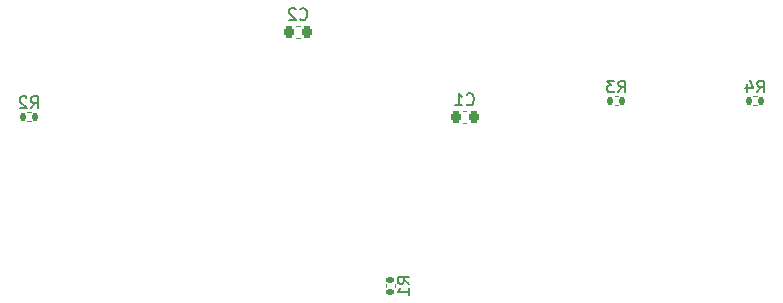
<source format=gbo>
%TF.GenerationSoftware,KiCad,Pcbnew,7.0.9-7.0.9~ubuntu23.10.1*%
%TF.CreationDate,2023-12-22T14:56:41-05:00*%
%TF.ProjectId,buttons,62757474-6f6e-4732-9e6b-696361645f70,rev?*%
%TF.SameCoordinates,Original*%
%TF.FileFunction,Legend,Bot*%
%TF.FilePolarity,Positive*%
%FSLAX46Y46*%
G04 Gerber Fmt 4.6, Leading zero omitted, Abs format (unit mm)*
G04 Created by KiCad (PCBNEW 7.0.9-7.0.9~ubuntu23.10.1) date 2023-12-22 14:56:41*
%MOMM*%
%LPD*%
G01*
G04 APERTURE LIST*
G04 Aperture macros list*
%AMRoundRect*
0 Rectangle with rounded corners*
0 $1 Rounding radius*
0 $2 $3 $4 $5 $6 $7 $8 $9 X,Y pos of 4 corners*
0 Add a 4 corners polygon primitive as box body*
4,1,4,$2,$3,$4,$5,$6,$7,$8,$9,$2,$3,0*
0 Add four circle primitives for the rounded corners*
1,1,$1+$1,$2,$3*
1,1,$1+$1,$4,$5*
1,1,$1+$1,$6,$7*
1,1,$1+$1,$8,$9*
0 Add four rect primitives between the rounded corners*
20,1,$1+$1,$2,$3,$4,$5,0*
20,1,$1+$1,$4,$5,$6,$7,0*
20,1,$1+$1,$6,$7,$8,$9,0*
20,1,$1+$1,$8,$9,$2,$3,0*%
G04 Aperture macros list end*
%ADD10C,0.150000*%
%ADD11C,0.120000*%
%ADD12C,1.448000*%
%ADD13C,1.600000*%
%ADD14R,1.600000X1.600000*%
%ADD15C,1.800000*%
%ADD16C,2.500000*%
%ADD17C,2.200000*%
%ADD18R,1.700000X1.700000*%
%ADD19O,1.700000X1.700000*%
%ADD20RoundRect,0.225000X0.225000X0.250000X-0.225000X0.250000X-0.225000X-0.250000X0.225000X-0.250000X0*%
%ADD21RoundRect,0.135000X0.135000X0.185000X-0.135000X0.185000X-0.135000X-0.185000X0.135000X-0.185000X0*%
%ADD22RoundRect,0.135000X0.185000X-0.135000X0.185000X0.135000X-0.185000X0.135000X-0.185000X-0.135000X0*%
G04 APERTURE END LIST*
D10*
X149066666Y-104029580D02*
X149114285Y-104077200D01*
X149114285Y-104077200D02*
X149257142Y-104124819D01*
X149257142Y-104124819D02*
X149352380Y-104124819D01*
X149352380Y-104124819D02*
X149495237Y-104077200D01*
X149495237Y-104077200D02*
X149590475Y-103981961D01*
X149590475Y-103981961D02*
X149638094Y-103886723D01*
X149638094Y-103886723D02*
X149685713Y-103696247D01*
X149685713Y-103696247D02*
X149685713Y-103553390D01*
X149685713Y-103553390D02*
X149638094Y-103362914D01*
X149638094Y-103362914D02*
X149590475Y-103267676D01*
X149590475Y-103267676D02*
X149495237Y-103172438D01*
X149495237Y-103172438D02*
X149352380Y-103124819D01*
X149352380Y-103124819D02*
X149257142Y-103124819D01*
X149257142Y-103124819D02*
X149114285Y-103172438D01*
X149114285Y-103172438D02*
X149066666Y-103220057D01*
X148114285Y-104124819D02*
X148685713Y-104124819D01*
X148399999Y-104124819D02*
X148399999Y-103124819D01*
X148399999Y-103124819D02*
X148495237Y-103267676D01*
X148495237Y-103267676D02*
X148590475Y-103362914D01*
X148590475Y-103362914D02*
X148685713Y-103410533D01*
X112166666Y-104384819D02*
X112499999Y-103908628D01*
X112738094Y-104384819D02*
X112738094Y-103384819D01*
X112738094Y-103384819D02*
X112357142Y-103384819D01*
X112357142Y-103384819D02*
X112261904Y-103432438D01*
X112261904Y-103432438D02*
X112214285Y-103480057D01*
X112214285Y-103480057D02*
X112166666Y-103575295D01*
X112166666Y-103575295D02*
X112166666Y-103718152D01*
X112166666Y-103718152D02*
X112214285Y-103813390D01*
X112214285Y-103813390D02*
X112261904Y-103861009D01*
X112261904Y-103861009D02*
X112357142Y-103908628D01*
X112357142Y-103908628D02*
X112738094Y-103908628D01*
X111785713Y-103480057D02*
X111738094Y-103432438D01*
X111738094Y-103432438D02*
X111642856Y-103384819D01*
X111642856Y-103384819D02*
X111404761Y-103384819D01*
X111404761Y-103384819D02*
X111309523Y-103432438D01*
X111309523Y-103432438D02*
X111261904Y-103480057D01*
X111261904Y-103480057D02*
X111214285Y-103575295D01*
X111214285Y-103575295D02*
X111214285Y-103670533D01*
X111214285Y-103670533D02*
X111261904Y-103813390D01*
X111261904Y-103813390D02*
X111833332Y-104384819D01*
X111833332Y-104384819D02*
X111214285Y-104384819D01*
X144224819Y-119233333D02*
X143748628Y-118900000D01*
X144224819Y-118661905D02*
X143224819Y-118661905D01*
X143224819Y-118661905D02*
X143224819Y-119042857D01*
X143224819Y-119042857D02*
X143272438Y-119138095D01*
X143272438Y-119138095D02*
X143320057Y-119185714D01*
X143320057Y-119185714D02*
X143415295Y-119233333D01*
X143415295Y-119233333D02*
X143558152Y-119233333D01*
X143558152Y-119233333D02*
X143653390Y-119185714D01*
X143653390Y-119185714D02*
X143701009Y-119138095D01*
X143701009Y-119138095D02*
X143748628Y-119042857D01*
X143748628Y-119042857D02*
X143748628Y-118661905D01*
X144224819Y-120185714D02*
X144224819Y-119614286D01*
X144224819Y-119900000D02*
X143224819Y-119900000D01*
X143224819Y-119900000D02*
X143367676Y-119804762D01*
X143367676Y-119804762D02*
X143462914Y-119709524D01*
X143462914Y-119709524D02*
X143510533Y-119614286D01*
X161916666Y-103034819D02*
X162249999Y-102558628D01*
X162488094Y-103034819D02*
X162488094Y-102034819D01*
X162488094Y-102034819D02*
X162107142Y-102034819D01*
X162107142Y-102034819D02*
X162011904Y-102082438D01*
X162011904Y-102082438D02*
X161964285Y-102130057D01*
X161964285Y-102130057D02*
X161916666Y-102225295D01*
X161916666Y-102225295D02*
X161916666Y-102368152D01*
X161916666Y-102368152D02*
X161964285Y-102463390D01*
X161964285Y-102463390D02*
X162011904Y-102511009D01*
X162011904Y-102511009D02*
X162107142Y-102558628D01*
X162107142Y-102558628D02*
X162488094Y-102558628D01*
X161583332Y-102034819D02*
X160964285Y-102034819D01*
X160964285Y-102034819D02*
X161297618Y-102415771D01*
X161297618Y-102415771D02*
X161154761Y-102415771D01*
X161154761Y-102415771D02*
X161059523Y-102463390D01*
X161059523Y-102463390D02*
X161011904Y-102511009D01*
X161011904Y-102511009D02*
X160964285Y-102606247D01*
X160964285Y-102606247D02*
X160964285Y-102844342D01*
X160964285Y-102844342D02*
X161011904Y-102939580D01*
X161011904Y-102939580D02*
X161059523Y-102987200D01*
X161059523Y-102987200D02*
X161154761Y-103034819D01*
X161154761Y-103034819D02*
X161440475Y-103034819D01*
X161440475Y-103034819D02*
X161535713Y-102987200D01*
X161535713Y-102987200D02*
X161583332Y-102939580D01*
X173666666Y-103034819D02*
X173999999Y-102558628D01*
X174238094Y-103034819D02*
X174238094Y-102034819D01*
X174238094Y-102034819D02*
X173857142Y-102034819D01*
X173857142Y-102034819D02*
X173761904Y-102082438D01*
X173761904Y-102082438D02*
X173714285Y-102130057D01*
X173714285Y-102130057D02*
X173666666Y-102225295D01*
X173666666Y-102225295D02*
X173666666Y-102368152D01*
X173666666Y-102368152D02*
X173714285Y-102463390D01*
X173714285Y-102463390D02*
X173761904Y-102511009D01*
X173761904Y-102511009D02*
X173857142Y-102558628D01*
X173857142Y-102558628D02*
X174238094Y-102558628D01*
X172809523Y-102368152D02*
X172809523Y-103034819D01*
X173047618Y-101987200D02*
X173285713Y-102701485D01*
X173285713Y-102701485D02*
X172666666Y-102701485D01*
X134966666Y-96829580D02*
X135014285Y-96877200D01*
X135014285Y-96877200D02*
X135157142Y-96924819D01*
X135157142Y-96924819D02*
X135252380Y-96924819D01*
X135252380Y-96924819D02*
X135395237Y-96877200D01*
X135395237Y-96877200D02*
X135490475Y-96781961D01*
X135490475Y-96781961D02*
X135538094Y-96686723D01*
X135538094Y-96686723D02*
X135585713Y-96496247D01*
X135585713Y-96496247D02*
X135585713Y-96353390D01*
X135585713Y-96353390D02*
X135538094Y-96162914D01*
X135538094Y-96162914D02*
X135490475Y-96067676D01*
X135490475Y-96067676D02*
X135395237Y-95972438D01*
X135395237Y-95972438D02*
X135252380Y-95924819D01*
X135252380Y-95924819D02*
X135157142Y-95924819D01*
X135157142Y-95924819D02*
X135014285Y-95972438D01*
X135014285Y-95972438D02*
X134966666Y-96020057D01*
X134585713Y-96020057D02*
X134538094Y-95972438D01*
X134538094Y-95972438D02*
X134442856Y-95924819D01*
X134442856Y-95924819D02*
X134204761Y-95924819D01*
X134204761Y-95924819D02*
X134109523Y-95972438D01*
X134109523Y-95972438D02*
X134061904Y-96020057D01*
X134061904Y-96020057D02*
X134014285Y-96115295D01*
X134014285Y-96115295D02*
X134014285Y-96210533D01*
X134014285Y-96210533D02*
X134061904Y-96353390D01*
X134061904Y-96353390D02*
X134633332Y-96924819D01*
X134633332Y-96924819D02*
X134014285Y-96924819D01*
D11*
%TO.C,C1*%
X149040580Y-105610000D02*
X148759420Y-105610000D01*
X149040580Y-104590000D02*
X148759420Y-104590000D01*
%TO.C,R2*%
X112153641Y-105480000D02*
X111846359Y-105480000D01*
X112153641Y-104720000D02*
X111846359Y-104720000D01*
%TO.C,R1*%
X142220000Y-119553641D02*
X142220000Y-119246359D01*
X142980000Y-119553641D02*
X142980000Y-119246359D01*
%TO.C,R3*%
X161903641Y-104130000D02*
X161596359Y-104130000D01*
X161903641Y-103370000D02*
X161596359Y-103370000D01*
%TO.C,R4*%
X173653641Y-104130000D02*
X173346359Y-104130000D01*
X173653641Y-103370000D02*
X173346359Y-103370000D01*
%TO.C,C2*%
X134940580Y-98410000D02*
X134659420Y-98410000D01*
X134940580Y-97390000D02*
X134659420Y-97390000D01*
%TD*%
%LPC*%
D12*
%TO.C,*%
X106600000Y-92800000D03*
%TD*%
D13*
%TO.C,SW3*%
X175250000Y-107750000D03*
X172750000Y-107750000D03*
X170250000Y-107750000D03*
X175250000Y-113150000D03*
X172750000Y-113150000D03*
D14*
X170250000Y-113150000D03*
%TD*%
D13*
%TO.C,SW2*%
X163250000Y-107750000D03*
X160750000Y-107750000D03*
X158250000Y-107750000D03*
X163250000Y-113150000D03*
X160750000Y-113150000D03*
D14*
X158250000Y-113150000D03*
%TD*%
D13*
%TO.C,SW4*%
X189250000Y-107750000D03*
X186750000Y-107750000D03*
X184250000Y-107750000D03*
X189250000Y-113150000D03*
X186750000Y-113150000D03*
D14*
X184250000Y-113150000D03*
%TD*%
D15*
%TO.C,SW5*%
X131500000Y-110220000D03*
X140100000Y-110220000D03*
X144530000Y-112720000D03*
X144530000Y-110220000D03*
X144530000Y-107720000D03*
X138300000Y-101490000D03*
X135800000Y-101490000D03*
X133300000Y-101490000D03*
D16*
X129470000Y-105220000D03*
X129470000Y-115220000D03*
X142120000Y-115220000D03*
X142120000Y-105220000D03*
D17*
X132280000Y-116010000D03*
X132280000Y-120510000D03*
X139280000Y-116010000D03*
X139280000Y-120510000D03*
%TD*%
D13*
%TO.C,SW1*%
X113300000Y-107750000D03*
X110800000Y-107750000D03*
X108300000Y-107750000D03*
X113300000Y-113150000D03*
X110800000Y-113150000D03*
D14*
X108300000Y-113150000D03*
%TD*%
D12*
%TO.C,*%
X187000000Y-94000000D03*
%TD*%
D18*
%TO.C,J1*%
X137750000Y-93175000D03*
D19*
X140290000Y-93175000D03*
X142830000Y-93175000D03*
X145370000Y-93175000D03*
X147910000Y-93175000D03*
X150450000Y-93175000D03*
X152990000Y-93175000D03*
X155530000Y-93175000D03*
X158070000Y-93175000D03*
%TD*%
D12*
%TO.C,*%
X105100000Y-123700000D03*
%TD*%
%TO.C,*%
X189000000Y-123000000D03*
%TD*%
D20*
%TO.C,C1*%
X149675000Y-105100000D03*
X148125000Y-105100000D03*
%TD*%
D21*
%TO.C,R2*%
X112510000Y-105100000D03*
X111490000Y-105100000D03*
%TD*%
D22*
%TO.C,R1*%
X142600000Y-119910000D03*
X142600000Y-118890000D03*
%TD*%
D21*
%TO.C,R3*%
X162260000Y-103750000D03*
X161240000Y-103750000D03*
%TD*%
%TO.C,R4*%
X174010000Y-103750000D03*
X172990000Y-103750000D03*
%TD*%
D20*
%TO.C,C2*%
X135575000Y-97900000D03*
X134025000Y-97900000D03*
%TD*%
%LPD*%
M02*

</source>
